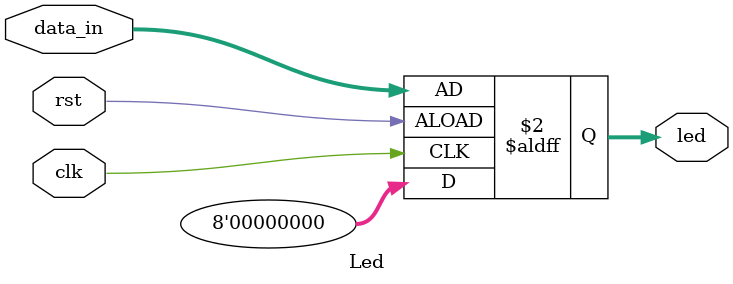
<source format=v>
module Led(
    input wire          clk,
    input wire          rst,
    input wire  [7:0]   data_in,
    output reg  [7:0]   led
);

always@(posedge clk or negedge rst)begin
    if(rst)begin
        led = 8'd0;
    end else begin
        led = data_in;
    end
end
endmodule

</source>
